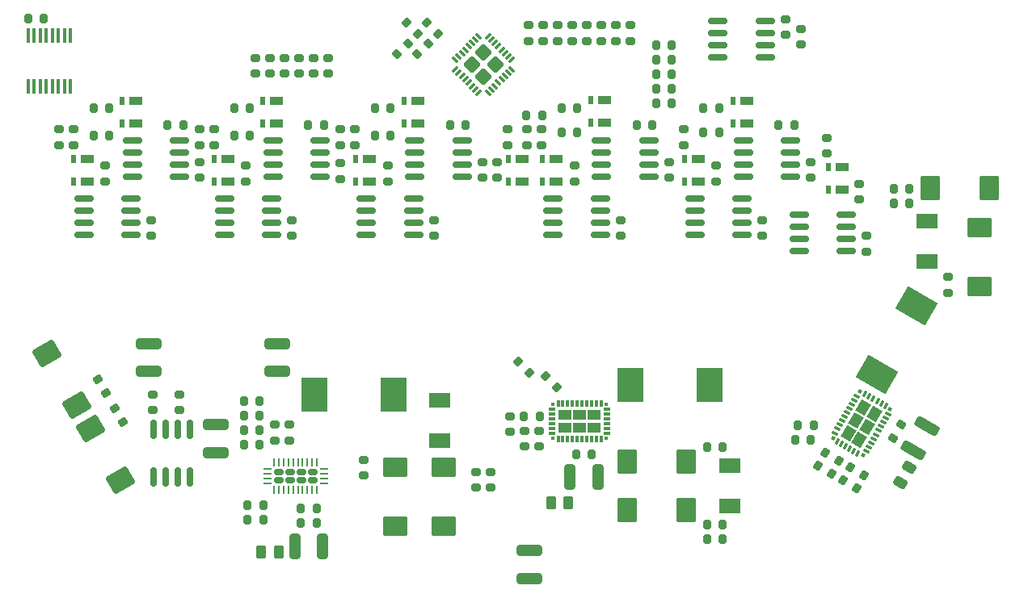
<source format=gtp>
%TF.GenerationSoftware,KiCad,Pcbnew,7.0.1-0*%
%TF.CreationDate,2023-07-14T11:12:34-05:00*%
%TF.ProjectId,power,706f7765-722e-46b6-9963-61645f706362,rev?*%
%TF.SameCoordinates,PXb5acc9ePY48ab840*%
%TF.FileFunction,Paste,Top*%
%TF.FilePolarity,Positive*%
%FSLAX46Y46*%
G04 Gerber Fmt 4.6, Leading zero omitted, Abs format (unit mm)*
G04 Created by KiCad (PCBNEW 7.0.1-0) date 2023-07-14 11:12:34*
%MOMM*%
%LPD*%
G01*
G04 APERTURE LIST*
G04 Aperture macros list*
%AMRoundRect*
0 Rectangle with rounded corners*
0 $1 Rounding radius*
0 $2 $3 $4 $5 $6 $7 $8 $9 X,Y pos of 4 corners*
0 Add a 4 corners polygon primitive as box body*
4,1,4,$2,$3,$4,$5,$6,$7,$8,$9,$2,$3,0*
0 Add four circle primitives for the rounded corners*
1,1,$1+$1,$2,$3*
1,1,$1+$1,$4,$5*
1,1,$1+$1,$6,$7*
1,1,$1+$1,$8,$9*
0 Add four rect primitives between the rounded corners*
20,1,$1+$1,$2,$3,$4,$5,0*
20,1,$1+$1,$4,$5,$6,$7,0*
20,1,$1+$1,$6,$7,$8,$9,0*
20,1,$1+$1,$8,$9,$2,$3,0*%
%AMRotRect*
0 Rectangle, with rotation*
0 The origin of the aperture is its center*
0 $1 length*
0 $2 width*
0 $3 Rotation angle, in degrees counterclockwise*
0 Add horizontal line*
21,1,$1,$2,0,0,$3*%
G04 Aperture macros list end*
%ADD10RoundRect,0.200000X-0.200000X-0.275000X0.200000X-0.275000X0.200000X0.275000X-0.200000X0.275000X0*%
%ADD11RoundRect,0.200000X0.310705X0.138157X-0.035705X0.338157X-0.310705X-0.138157X0.035705X-0.338157X0*%
%ADD12RoundRect,0.200000X-0.275000X0.200000X-0.275000X-0.200000X0.275000X-0.200000X0.275000X0.200000X0*%
%ADD13RoundRect,0.150000X-0.825000X-0.150000X0.825000X-0.150000X0.825000X0.150000X-0.825000X0.150000X0*%
%ADD14RoundRect,0.200000X0.275000X-0.200000X0.275000X0.200000X-0.275000X0.200000X-0.275000X-0.200000X0*%
%ADD15RoundRect,0.250000X-1.075000X0.312500X-1.075000X-0.312500X1.075000X-0.312500X1.075000X0.312500X0*%
%ADD16RoundRect,0.250000X-0.312500X-1.075000X0.312500X-1.075000X0.312500X1.075000X-0.312500X1.075000X0*%
%ADD17R,2.700000X3.600000*%
%ADD18RoundRect,0.200000X0.200000X0.275000X-0.200000X0.275000X-0.200000X-0.275000X0.200000X-0.275000X0*%
%ADD19RoundRect,0.250000X1.281426X-0.169495X0.493926X1.194495X-1.281426X0.169495X-0.493926X-1.194495X0*%
%ADD20R,2.200000X1.500000*%
%ADD21RoundRect,0.200000X-0.310705X-0.138157X0.035705X-0.338157X0.310705X0.138157X-0.035705X0.338157X0*%
%ADD22RoundRect,0.250000X-0.262500X-0.450000X0.262500X-0.450000X0.262500X0.450000X-0.262500X0.450000X0*%
%ADD23R,0.550000X0.850000*%
%ADD24R,1.350000X0.850000*%
%ADD25RoundRect,0.200000X0.335876X0.053033X0.053033X0.335876X-0.335876X-0.053033X-0.053033X-0.335876X0*%
%ADD26RoundRect,0.250000X1.075000X-0.312500X1.075000X0.312500X-1.075000X0.312500X-1.075000X-0.312500X0*%
%ADD27RoundRect,0.150000X0.825000X0.150000X-0.825000X0.150000X-0.825000X-0.150000X0.825000X-0.150000X0*%
%ADD28R,0.300000X0.700000*%
%ADD29R,0.700000X0.300000*%
%ADD30R,1.355000X1.125000*%
%ADD31R,1.340000X1.125000*%
%ADD32R,0.375000X0.375000*%
%ADD33RoundRect,0.250000X-1.025000X0.787500X-1.025000X-0.787500X1.025000X-0.787500X1.025000X0.787500X0*%
%ADD34RoundRect,0.250000X0.643467X0.000000X0.000000X0.643467X-0.643467X0.000000X0.000000X-0.643467X0*%
%ADD35RoundRect,0.062500X0.291682X-0.203293X-0.203293X0.291682X-0.291682X0.203293X0.203293X-0.291682X0*%
%ADD36RoundRect,0.062500X0.291682X0.203293X0.203293X0.291682X-0.291682X-0.203293X-0.203293X-0.291682X0*%
%ADD37RoundRect,0.250000X-0.787500X-1.025000X0.787500X-1.025000X0.787500X1.025000X-0.787500X1.025000X0*%
%ADD38RoundRect,0.250000X0.258461X-0.452332X0.520961X0.002332X-0.258461X0.452332X-0.520961X-0.002332X0*%
%ADD39R,0.360000X1.600000*%
%ADD40RoundRect,0.200000X-0.053033X0.335876X-0.335876X0.053033X0.053033X-0.335876X0.335876X-0.053033X0*%
%ADD41RoundRect,0.250000X0.787500X1.025000X-0.787500X1.025000X-0.787500X-1.025000X0.787500X-1.025000X0*%
%ADD42RoundRect,0.200000X0.138157X-0.310705X0.338157X0.035705X-0.138157X0.310705X-0.338157X-0.035705X0*%
%ADD43RoundRect,0.250000X1.025000X-0.787500X1.025000X0.787500X-1.025000X0.787500X-1.025000X-0.787500X0*%
%ADD44RoundRect,0.250000X0.774727X-0.808133X1.087227X-0.266867X-0.774727X0.808133X-1.087227X0.266867X0*%
%ADD45RoundRect,0.150000X0.150000X-0.825000X0.150000X0.825000X-0.150000X0.825000X-0.150000X-0.825000X0*%
%ADD46RoundRect,0.172500X0.307500X-0.172500X0.307500X0.172500X-0.307500X0.172500X-0.307500X-0.172500X0*%
%ADD47RoundRect,0.062500X0.062500X-0.350000X0.062500X0.350000X-0.062500X0.350000X-0.062500X-0.350000X0*%
%ADD48RoundRect,0.062500X0.337500X-0.062500X0.337500X0.062500X-0.337500X0.062500X-0.337500X-0.062500X0*%
%ADD49RoundRect,0.200000X0.338157X-0.035705X0.138157X0.310705X-0.338157X0.035705X-0.138157X-0.310705X0*%
%ADD50RotRect,0.700000X0.300000X150.000000*%
%ADD51RotRect,0.700000X0.300000X240.000000*%
%ADD52RotRect,0.700000X0.300000X60.000000*%
%ADD53RotRect,1.125000X1.355000X150.000000*%
%ADD54RotRect,1.125000X1.340000X150.000000*%
%ADD55RotRect,0.375000X0.375000X60.000000*%
%ADD56RotRect,2.700000X3.600000X60.000000*%
G04 APERTURE END LIST*
D10*
%TO.C,C14*%
X-31940000Y-41401998D03*
X-30290000Y-41401998D03*
%TD*%
D11*
%TO.C,C4*%
X-15475138Y-44386528D03*
X-16904080Y-43561528D03*
%TD*%
D12*
%TO.C,C60*%
X-75437998Y-17589998D03*
X-75437998Y-19239998D03*
%TD*%
D13*
%TO.C,U13*%
X-33209002Y-15367000D03*
X-33209002Y-16637000D03*
X-33209002Y-17907000D03*
X-33209002Y-19177000D03*
X-28259002Y-19177000D03*
X-28259002Y-17907000D03*
X-28259002Y-16637000D03*
X-28259002Y-15367000D03*
%TD*%
%TO.C,U17*%
X-28129002Y-9271000D03*
X-28129002Y-10541000D03*
X-28129002Y-11811000D03*
X-28129002Y-13081000D03*
X-23179002Y-13081000D03*
X-23179002Y-11811000D03*
X-23179002Y-10541000D03*
X-23179002Y-9271000D03*
%TD*%
D14*
%TO.C,C59*%
X-80263998Y-13524998D03*
X-80263998Y-11874998D03*
%TD*%
D15*
%TO.C,R40*%
X-50546000Y-52258498D03*
X-50546000Y-55183498D03*
%TD*%
D12*
%TO.C,C48*%
X-15240000Y-19240998D03*
X-15240000Y-20890998D03*
%TD*%
D14*
%TO.C,C21*%
X-77216000Y-40702998D03*
X-77216000Y-39052998D03*
%TD*%
D13*
%TO.C,U26*%
X-97216998Y-15366998D03*
X-97216998Y-16636998D03*
X-97216998Y-17906998D03*
X-97216998Y-19176998D03*
X-92266998Y-19176998D03*
X-92266998Y-17906998D03*
X-92266998Y-16636998D03*
X-92266998Y-15366998D03*
%TD*%
D10*
%TO.C,C38*%
X-103059998Y3556002D03*
X-101409998Y3556002D03*
%TD*%
D14*
%TO.C,C39*%
X-45847000Y-13524998D03*
X-45847000Y-11874998D03*
%TD*%
D12*
%TO.C,R25*%
X-50673000Y2857002D03*
X-50673000Y1207002D03*
%TD*%
D10*
%TO.C,R36*%
X-96202000Y-8762998D03*
X-94552000Y-8762998D03*
%TD*%
D16*
%TO.C,C24*%
X-75122500Y-51815998D03*
X-72197500Y-51815998D03*
%TD*%
D12*
%TO.C,C30*%
X-56164000Y-44005998D03*
X-56164000Y-45655998D03*
%TD*%
D17*
%TO.C,L8*%
X-73111000Y-35940998D03*
X-64811000Y-35940998D03*
%TD*%
D14*
%TO.C,C36*%
X-90043000Y-37527998D03*
X-90043000Y-35877998D03*
%TD*%
D18*
%TO.C,R9*%
X-78804000Y-39623998D03*
X-80454000Y-39623998D03*
%TD*%
D14*
%TO.C,C6*%
X-6731000Y-25208998D03*
X-6731000Y-23558998D03*
%TD*%
D19*
%TO.C,C32*%
X-93439750Y-44859502D03*
X-96552250Y-39468494D03*
%TD*%
D10*
%TO.C,R8*%
X-51117000Y-38226998D03*
X-49467000Y-38226998D03*
%TD*%
D20*
%TO.C,L9*%
X-59944000Y-36507998D03*
X-59944000Y-40707998D03*
%TD*%
D10*
%TO.C,R17*%
X-32321002Y-5842000D03*
X-30671002Y-5842000D03*
%TD*%
D14*
%TO.C,R46*%
X-71628000Y-2221998D03*
X-71628000Y-571998D03*
%TD*%
D19*
%TO.C,C34*%
X-98011750Y-36985502D03*
X-101124250Y-31594494D03*
%TD*%
D21*
%TO.C,R4*%
X-19544501Y-42038872D03*
X-18115559Y-42863872D03*
%TD*%
D14*
%TO.C,C55*%
X-65404998Y-13524998D03*
X-65404998Y-11874998D03*
%TD*%
D18*
%TO.C,C9*%
X-10732000Y-14350998D03*
X-12382000Y-14350998D03*
%TD*%
D22*
%TO.C,L3*%
X-78636500Y-52450998D03*
X-76811500Y-52450998D03*
%TD*%
D12*
%TO.C,R13*%
X-49276002Y-8065000D03*
X-49276002Y-9715000D03*
%TD*%
D23*
%TO.C,U16*%
X-19230000Y-12064998D03*
X-19230000Y-14414998D03*
D24*
X-17780000Y-14414998D03*
X-17780000Y-12064998D03*
%TD*%
D18*
%TO.C,C3*%
X-20763332Y-39100892D03*
X-22413332Y-39100892D03*
%TD*%
D15*
%TO.C,R38*%
X-90424000Y-30541498D03*
X-90424000Y-33466498D03*
%TD*%
D18*
%TO.C,C53*%
X-57213998Y-7619998D03*
X-58863998Y-7619998D03*
%TD*%
D25*
%TO.C,R5*%
X-50597637Y-33603361D03*
X-51764363Y-32436635D03*
%TD*%
D14*
%TO.C,C41*%
X-30988002Y-13525000D03*
X-30988002Y-11875000D03*
%TD*%
%TO.C,R51*%
X-79248000Y-2221998D03*
X-79248000Y-571998D03*
%TD*%
D26*
%TO.C,C23*%
X-83439000Y-41975498D03*
X-83439000Y-39050498D03*
%TD*%
D10*
%TO.C,R32*%
X-66738000Y-8762998D03*
X-65088000Y-8762998D03*
%TD*%
D18*
%TO.C,R43*%
X-35624000Y-3809998D03*
X-37274000Y-3809998D03*
%TD*%
D14*
%TO.C,R48*%
X-74676000Y-2221998D03*
X-74676000Y-571998D03*
%TD*%
D27*
%TO.C,U4*%
X-25846000Y-507998D03*
X-25846000Y762002D03*
X-25846000Y2032002D03*
X-25846000Y3302002D03*
X-30796000Y3302002D03*
X-30796000Y2032002D03*
X-30796000Y762002D03*
X-30796000Y-507998D03*
%TD*%
D14*
%TO.C,R54*%
X-46101000Y1207002D03*
X-46101000Y2857002D03*
%TD*%
D10*
%TO.C,R23*%
X-81469998Y-5841998D03*
X-79819998Y-5841998D03*
%TD*%
D12*
%TO.C,C58*%
X-70358000Y-11620998D03*
X-70358000Y-13270998D03*
%TD*%
D28*
%TO.C,U2*%
X-47548000Y-40600498D03*
X-47048000Y-40600498D03*
X-46548000Y-40600498D03*
X-46048000Y-40600498D03*
X-45548000Y-40600498D03*
X-45048000Y-40600498D03*
X-44548000Y-40600498D03*
X-44048000Y-40600498D03*
X-43548000Y-40600498D03*
X-43048000Y-40600498D03*
D29*
X-42398000Y-39950498D03*
X-42398000Y-39450498D03*
X-42398000Y-38950498D03*
X-42398000Y-38450498D03*
X-42398000Y-37950498D03*
X-42398000Y-37450498D03*
D28*
X-43048000Y-36800498D03*
X-43548000Y-36800498D03*
X-44048000Y-36800498D03*
X-44548000Y-36800498D03*
X-45048000Y-36800498D03*
X-45548000Y-36800498D03*
X-46048000Y-36800498D03*
X-46548000Y-36800498D03*
X-47048000Y-36800498D03*
X-47548000Y-36800498D03*
D29*
X-48198000Y-37450498D03*
X-48198000Y-37950498D03*
X-48198000Y-38450498D03*
X-48198000Y-38950498D03*
X-48198000Y-39450498D03*
X-48198000Y-39950498D03*
D30*
X-46845500Y-39362998D03*
X-46845500Y-38037998D03*
D31*
X-45298000Y-39362998D03*
X-45298000Y-38037998D03*
D30*
X-43750500Y-39362998D03*
X-43750500Y-38037998D03*
D32*
X-48110500Y-40512998D03*
X-42485500Y-40512998D03*
X-42485500Y-36887998D03*
X-48110500Y-36887998D03*
%TD*%
D23*
%TO.C,U7*%
X-49200000Y-11174498D03*
X-49200000Y-13524498D03*
D24*
X-47750000Y-13524498D03*
X-47750000Y-11174498D03*
%TD*%
D18*
%TO.C,R52*%
X-35624000Y762002D03*
X-37274000Y762002D03*
%TD*%
D23*
%TO.C,U11*%
X-34341002Y-11174500D03*
X-34341002Y-13524500D03*
D24*
X-32891002Y-13524500D03*
X-32891002Y-11174500D03*
%TD*%
D33*
%TO.C,C29*%
X-59563000Y-43496498D03*
X-59563000Y-49721498D03*
%TD*%
D10*
%TO.C,C17*%
X-31940000Y-49529998D03*
X-30290000Y-49529998D03*
%TD*%
D12*
%TO.C,R37*%
X-99822000Y-8064998D03*
X-99822000Y-9714998D03*
%TD*%
D13*
%TO.C,U25*%
X-92136998Y-9270998D03*
X-92136998Y-10540998D03*
X-92136998Y-11810998D03*
X-92136998Y-13080998D03*
X-87186998Y-13080998D03*
X-87186998Y-11810998D03*
X-87186998Y-10540998D03*
X-87186998Y-9270998D03*
%TD*%
D12*
%TO.C,C28*%
X-67945000Y-42735998D03*
X-67945000Y-44385998D03*
%TD*%
D25*
%TO.C,C63*%
X-62281637Y1956639D03*
X-63448363Y3123365D03*
%TD*%
D10*
%TO.C,R19*%
X-96201998Y-5841998D03*
X-94551998Y-5841998D03*
%TD*%
D12*
%TO.C,R33*%
X-70358000Y-8064998D03*
X-70358000Y-9714998D03*
%TD*%
%TO.C,C52*%
X-90169998Y-17589998D03*
X-90169998Y-19239998D03*
%TD*%
D34*
%TO.C,U6*%
X-55372000Y-2507435D03*
X-54134563Y-1269998D03*
X-56609437Y-1269998D03*
X-55372000Y-32561D03*
D35*
X-54885864Y-4231008D03*
X-54532311Y-3877454D03*
X-54178757Y-3523901D03*
X-53825204Y-3170347D03*
X-53471651Y-2816794D03*
X-53118097Y-2463241D03*
X-52764544Y-2109687D03*
X-52410990Y-1756134D03*
D36*
X-52410990Y-783862D03*
X-52764544Y-430309D03*
X-53118097Y-76755D03*
X-53471651Y276798D03*
X-53825204Y630351D03*
X-54178757Y983905D03*
X-54532311Y1337458D03*
X-54885864Y1691012D03*
D35*
X-55858136Y1691012D03*
X-56211689Y1337458D03*
X-56565243Y983905D03*
X-56918796Y630351D03*
X-57272349Y276798D03*
X-57625903Y-76755D03*
X-57979456Y-430309D03*
X-58333010Y-783862D03*
D36*
X-58333010Y-1756134D03*
X-57979456Y-2109687D03*
X-57625903Y-2463241D03*
X-57272349Y-2816794D03*
X-56918796Y-3170347D03*
X-56565243Y-3523901D03*
X-56211689Y-3877454D03*
X-55858136Y-4231008D03*
%TD*%
D18*
%TO.C,R1*%
X-21084616Y-40673372D03*
X-22734616Y-40673372D03*
%TD*%
D37*
%TO.C,C7*%
X-8573500Y-14223998D03*
X-2348500Y-14223998D03*
%TD*%
D38*
%TO.C,L1*%
X-11718427Y-45119715D03*
X-10805927Y-43539219D03*
%TD*%
D14*
%TO.C,R50*%
X-77724000Y-2221998D03*
X-77724000Y-571998D03*
%TD*%
D13*
%TO.C,U10*%
X-48068000Y-15366998D03*
X-48068000Y-16636998D03*
X-48068000Y-17906998D03*
X-48068000Y-19176998D03*
X-43118000Y-19176998D03*
X-43118000Y-17906998D03*
X-43118000Y-16636998D03*
X-43118000Y-15366998D03*
%TD*%
D14*
%TO.C,C20*%
X-75692000Y-40702998D03*
X-75692000Y-39052998D03*
%TD*%
D39*
%TO.C,U8*%
X-103060498Y-3543998D03*
X-102425498Y-3543998D03*
X-101790498Y-3543998D03*
X-101155498Y-3543998D03*
X-100520498Y-3543998D03*
X-99885498Y-3543998D03*
X-99250498Y-3543998D03*
X-98615498Y-3543998D03*
X-98615498Y1766002D03*
X-99250498Y1766002D03*
X-99885498Y1766002D03*
X-100520498Y1766002D03*
X-101155498Y1766002D03*
X-101790498Y1766002D03*
X-102425498Y1766002D03*
X-103060498Y1766002D03*
%TD*%
D14*
%TO.C,C15*%
X-49530000Y-41337998D03*
X-49530000Y-39687998D03*
%TD*%
D22*
%TO.C,L2*%
X-48283500Y-47243998D03*
X-46458500Y-47243998D03*
%TD*%
D14*
%TO.C,R53*%
X-49149000Y1207002D03*
X-49149000Y2857002D03*
%TD*%
D12*
%TO.C,C31*%
X-54610000Y-44005998D03*
X-54610000Y-45655998D03*
%TD*%
%TO.C,R14*%
X-53975000Y-11494000D03*
X-53975000Y-13144000D03*
%TD*%
%TO.C,C50*%
X-85089998Y-11493998D03*
X-85089998Y-13143998D03*
%TD*%
D10*
%TO.C,R31*%
X-32321000Y-8381998D03*
X-30671000Y-8381998D03*
%TD*%
%TO.C,C26*%
X-74485000Y-47878998D03*
X-72835000Y-47878998D03*
%TD*%
D11*
%TO.C,R3*%
X-18876784Y-44182351D03*
X-20305726Y-43357351D03*
%TD*%
D18*
%TO.C,C45*%
X-22797002Y-7620000D03*
X-24447002Y-7620000D03*
%TD*%
D23*
%TO.C,U21*%
X-63677998Y-5078498D03*
X-63677998Y-7428498D03*
D24*
X-62227998Y-7428498D03*
X-62227998Y-5078498D03*
%TD*%
D20*
%TO.C,L7*%
X-29591000Y-43365998D03*
X-29591000Y-47565998D03*
%TD*%
D18*
%TO.C,C22*%
X-78423000Y-47497998D03*
X-80073000Y-47497998D03*
%TD*%
D12*
%TO.C,R58*%
X-43053000Y2857002D03*
X-43053000Y1207002D03*
%TD*%
D10*
%TO.C,R34*%
X-81470000Y-8762998D03*
X-79820000Y-8762998D03*
%TD*%
D14*
%TO.C,R56*%
X-40005000Y1207002D03*
X-40005000Y2857002D03*
%TD*%
D40*
%TO.C,C65*%
X-61138637Y964365D03*
X-62305363Y-202361D03*
%TD*%
D14*
%TO.C,C37*%
X-87249000Y-37527998D03*
X-87249000Y-35877998D03*
%TD*%
%TO.C,R7*%
X-52578000Y-39813998D03*
X-52578000Y-38163998D03*
%TD*%
D13*
%TO.C,U27*%
X-62545998Y-9270998D03*
X-62545998Y-10540998D03*
X-62545998Y-11810998D03*
X-62545998Y-13080998D03*
X-57595998Y-13080998D03*
X-57595998Y-11810998D03*
X-57595998Y-10540998D03*
X-57595998Y-9270998D03*
%TD*%
D18*
%TO.C,R41*%
X-35624000Y-761998D03*
X-37274000Y-761998D03*
%TD*%
D14*
%TO.C,C51*%
X-94995998Y-13524998D03*
X-94995998Y-11874998D03*
%TD*%
D12*
%TO.C,R26*%
X-52832000Y-8065000D03*
X-52832000Y-9715000D03*
%TD*%
D41*
%TO.C,C13*%
X-34098500Y-42925998D03*
X-40323500Y-42925998D03*
%TD*%
D14*
%TO.C,C66*%
X-23748999Y1842002D03*
X-23748999Y3492002D03*
%TD*%
D23*
%TO.C,U12*%
X-44120002Y-5016000D03*
X-44120002Y-7366000D03*
D24*
X-42670002Y-7366000D03*
X-42670002Y-5016000D03*
%TD*%
D42*
%TO.C,C2*%
X-12425562Y-40502509D03*
X-11600562Y-39073567D03*
%TD*%
D15*
%TO.C,R39*%
X-76962000Y-30541498D03*
X-76962000Y-33466498D03*
%TD*%
D12*
%TO.C,R57*%
X-47625000Y2857002D03*
X-47625000Y1207002D03*
%TD*%
%TO.C,R24*%
X-83565998Y-8064998D03*
X-83565998Y-9714998D03*
%TD*%
D10*
%TO.C,R16*%
X-47180002Y-5842000D03*
X-45530002Y-5842000D03*
%TD*%
D23*
%TO.C,U24*%
X-83616998Y-11175998D03*
X-83616998Y-13525998D03*
D24*
X-82166998Y-13525998D03*
X-82166998Y-11175998D03*
%TD*%
D25*
%TO.C,C12*%
X-47676637Y-35127361D03*
X-48843363Y-33960635D03*
%TD*%
D14*
%TO.C,R47*%
X-73152000Y-2221998D03*
X-73152000Y-571998D03*
%TD*%
D12*
%TO.C,R18*%
X-19431000Y-8953998D03*
X-19431000Y-10603998D03*
%TD*%
%TO.C,R59*%
X-41529000Y2857002D03*
X-41529000Y1207002D03*
%TD*%
D43*
%TO.C,C5*%
X-3429000Y-24575498D03*
X-3429000Y-18350498D03*
%TD*%
D18*
%TO.C,R44*%
X-35624000Y-5333998D03*
X-37274000Y-5333998D03*
%TD*%
D12*
%TO.C,R35*%
X-85090000Y-8064998D03*
X-85090000Y-9714998D03*
%TD*%
D14*
%TO.C,R6*%
X-51054000Y-41337998D03*
X-51054000Y-39687998D03*
%TD*%
D44*
%TO.C,C1*%
X-10337091Y-41711174D03*
X-8874591Y-39178050D03*
%TD*%
D25*
%TO.C,C62*%
X-60122637Y1956639D03*
X-61289363Y3123365D03*
%TD*%
D45*
%TO.C,U5*%
X-89916000Y-44511998D03*
X-88646000Y-44511998D03*
X-87376000Y-44511998D03*
X-86106000Y-44511998D03*
X-86106000Y-39561998D03*
X-87376000Y-39561998D03*
X-88646000Y-39561998D03*
X-89916000Y-39561998D03*
%TD*%
D18*
%TO.C,R12*%
X-78423000Y-49021998D03*
X-80073000Y-49021998D03*
%TD*%
D13*
%TO.C,U29*%
X-77404998Y-9270998D03*
X-77404998Y-10540998D03*
X-77404998Y-11810998D03*
X-77404998Y-13080998D03*
X-72454998Y-13080998D03*
X-72454998Y-11810998D03*
X-72454998Y-10540998D03*
X-72454998Y-9270998D03*
%TD*%
D10*
%TO.C,R21*%
X-66737998Y-5841998D03*
X-65087998Y-5841998D03*
%TD*%
D33*
%TO.C,C27*%
X-64643000Y-43496498D03*
X-64643000Y-49721498D03*
%TD*%
D46*
%TO.C,U3*%
X-76842000Y-44874998D03*
X-75652000Y-44874998D03*
X-74462000Y-44874998D03*
X-73272000Y-44874998D03*
X-76842000Y-44024998D03*
X-75652000Y-44024998D03*
X-74462000Y-44024998D03*
X-73272000Y-44024998D03*
D47*
X-77307000Y-45912498D03*
X-76807000Y-45912498D03*
X-76307000Y-45912498D03*
X-75807000Y-45912498D03*
X-75307000Y-45912498D03*
X-74807000Y-45912498D03*
X-74307000Y-45912498D03*
X-73807000Y-45912498D03*
X-73307000Y-45912498D03*
X-72807000Y-45912498D03*
D48*
X-72082000Y-45199998D03*
X-72082000Y-44699998D03*
X-72082000Y-44199998D03*
X-72082000Y-43699998D03*
D47*
X-72807000Y-42987498D03*
X-73307000Y-42987498D03*
X-73807000Y-42987498D03*
X-74307000Y-42987498D03*
X-74807000Y-42987498D03*
X-75307000Y-42987498D03*
X-75807000Y-42987498D03*
X-76307000Y-42987498D03*
X-76807000Y-42987498D03*
X-77307000Y-42987498D03*
D48*
X-78032000Y-43699998D03*
X-78032000Y-44199998D03*
X-78032000Y-44699998D03*
X-78032000Y-45199998D03*
%TD*%
D12*
%TO.C,R22*%
X-68833998Y-8064998D03*
X-68833998Y-9714998D03*
%TD*%
D18*
%TO.C,C49*%
X-86804998Y-7619998D03*
X-88454998Y-7619998D03*
%TD*%
D12*
%TO.C,R29*%
X-50800000Y-8064998D03*
X-50800000Y-9714998D03*
%TD*%
D18*
%TO.C,C8*%
X-10732000Y-15874998D03*
X-12382000Y-15874998D03*
%TD*%
D12*
%TO.C,C40*%
X-41021000Y-17589998D03*
X-41021000Y-19239998D03*
%TD*%
%TO.C,C46*%
X-21082002Y-11494000D03*
X-21082002Y-13144000D03*
%TD*%
D10*
%TO.C,C11*%
X-45656000Y-42163998D03*
X-44006000Y-42163998D03*
%TD*%
D18*
%TO.C,C19*%
X-78804000Y-41147998D03*
X-80454000Y-41147998D03*
%TD*%
D13*
%TO.C,U14*%
X-42988000Y-9270998D03*
X-42988000Y-10540998D03*
X-42988000Y-11810998D03*
X-42988000Y-13080998D03*
X-38038000Y-13080998D03*
X-38038000Y-11810998D03*
X-38038000Y-10540998D03*
X-38038000Y-9270998D03*
%TD*%
D12*
%TO.C,R20*%
X-98297998Y-8064998D03*
X-98297998Y-9714998D03*
%TD*%
D18*
%TO.C,C57*%
X-72072998Y-7619998D03*
X-73722998Y-7619998D03*
%TD*%
D12*
%TO.C,R15*%
X-34417002Y-8065000D03*
X-34417002Y-9715000D03*
%TD*%
D40*
%TO.C,C64*%
X-63297637Y964365D03*
X-64464363Y-202361D03*
%TD*%
D10*
%TO.C,R10*%
X-80454000Y-38099998D03*
X-78804000Y-38099998D03*
%TD*%
D23*
%TO.C,U23*%
X-78536998Y-5078498D03*
X-78536998Y-7428498D03*
D24*
X-77086998Y-7428498D03*
X-77086998Y-5078498D03*
%TD*%
D18*
%TO.C,R42*%
X-35624000Y-2285998D03*
X-37274000Y-2285998D03*
%TD*%
D16*
%TO.C,C10*%
X-46293500Y-44576998D03*
X-43368500Y-44576998D03*
%TD*%
D11*
%TO.C,R2*%
X-16237139Y-45706351D03*
X-17666081Y-44881351D03*
%TD*%
D12*
%TO.C,C56*%
X-60578998Y-17589998D03*
X-60578998Y-19239998D03*
%TD*%
D13*
%TO.C,U18*%
X-22287000Y-17017998D03*
X-22287000Y-18287998D03*
X-22287000Y-19557998D03*
X-22287000Y-20827998D03*
X-17337000Y-20827998D03*
X-17337000Y-19557998D03*
X-17337000Y-18287998D03*
X-17337000Y-17017998D03*
%TD*%
D12*
%TO.C,C54*%
X-55498998Y-11493998D03*
X-55498998Y-13143998D03*
%TD*%
D23*
%TO.C,U20*%
X-98348998Y-11174498D03*
X-98348998Y-13524498D03*
D24*
X-96898998Y-13524498D03*
X-96898998Y-11174498D03*
%TD*%
D17*
%TO.C,L6*%
X-39964000Y-34924998D03*
X-31664000Y-34924998D03*
%TD*%
D10*
%TO.C,C18*%
X-31940000Y-51053998D03*
X-30290000Y-51053998D03*
%TD*%
D49*
%TO.C,C33*%
X-93186500Y-38814469D03*
X-94011500Y-37385527D03*
%TD*%
D10*
%TO.C,R30*%
X-47180000Y-8381998D03*
X-45530000Y-8381998D03*
%TD*%
%TO.C,R45*%
X-50863000Y-6603998D03*
X-49213000Y-6603998D03*
%TD*%
D23*
%TO.C,U19*%
X-93268998Y-5078498D03*
X-93268998Y-7428498D03*
D24*
X-91818998Y-7428498D03*
X-91818998Y-5078498D03*
%TD*%
D18*
%TO.C,C43*%
X-37656002Y-7620000D03*
X-39306002Y-7620000D03*
%TD*%
D20*
%TO.C,L5*%
X-8890000Y-21911998D03*
X-8890000Y-17711998D03*
%TD*%
D18*
%TO.C,R11*%
X-78804000Y-36575998D03*
X-80454000Y-36575998D03*
%TD*%
D41*
%TO.C,C16*%
X-34098500Y-48005998D03*
X-40323500Y-48005998D03*
%TD*%
D14*
%TO.C,C47*%
X-16002000Y-15429998D03*
X-16002000Y-13779998D03*
%TD*%
D12*
%TO.C,C42*%
X-26162002Y-17590000D03*
X-26162002Y-19240000D03*
%TD*%
%TO.C,C44*%
X-35941000Y-11493998D03*
X-35941000Y-13143998D03*
%TD*%
D23*
%TO.C,U22*%
X-68757998Y-11174498D03*
X-68757998Y-13524498D03*
D24*
X-67307998Y-13524498D03*
X-67307998Y-11174498D03*
%TD*%
D50*
%TO.C,U1*%
X-15253685Y-41834960D03*
X-15003685Y-41401947D03*
X-14753685Y-40968935D03*
X-14503685Y-40535922D03*
X-14253685Y-40102909D03*
X-14003685Y-39669897D03*
X-13753685Y-39236884D03*
X-13503685Y-38803871D03*
X-13253685Y-38370859D03*
X-13003685Y-37937846D03*
D51*
X-13241601Y-37049929D03*
X-13674614Y-36799929D03*
X-14107627Y-36549929D03*
X-14540639Y-36299929D03*
X-14973652Y-36049929D03*
X-15406665Y-35799929D03*
D50*
X-16294581Y-36037846D03*
X-16544581Y-36470859D03*
X-16794581Y-36903871D03*
X-17044581Y-37336884D03*
X-17294581Y-37769897D03*
X-17544581Y-38202909D03*
X-17794581Y-38635922D03*
X-18044581Y-39068935D03*
X-18294581Y-39501947D03*
X-18544581Y-39934960D03*
D52*
X-18306665Y-40822877D03*
X-17873652Y-41072877D03*
X-17440639Y-41322877D03*
X-17007627Y-41572877D03*
X-16574614Y-41822877D03*
X-16141601Y-42072877D03*
D53*
X-15974141Y-40607827D03*
X-17121625Y-39945327D03*
D54*
X-15200391Y-39267653D03*
X-16347875Y-38605153D03*
D53*
X-14426641Y-37927479D03*
X-15574125Y-37264979D03*
D55*
X-15610712Y-42278349D03*
X-12798212Y-37406957D03*
X-15937554Y-35594457D03*
X-18750054Y-40465849D03*
%TD*%
D56*
%TO.C,L4*%
X-14140000Y-33820003D03*
X-9990000Y-26631993D03*
%TD*%
D49*
%TO.C,C35*%
X-94964500Y-35766469D03*
X-95789500Y-34337527D03*
%TD*%
D23*
%TO.C,U31*%
X-52751002Y-11177500D03*
X-52751002Y-13527500D03*
D24*
X-51301002Y-13527500D03*
X-51301002Y-11177500D03*
%TD*%
D13*
%TO.C,U28*%
X-67625998Y-15366998D03*
X-67625998Y-16636998D03*
X-67625998Y-17906998D03*
X-67625998Y-19176998D03*
X-62675998Y-19176998D03*
X-62675998Y-17906998D03*
X-62675998Y-16636998D03*
X-62675998Y-15366998D03*
%TD*%
D14*
%TO.C,R49*%
X-76200000Y-2221998D03*
X-76200000Y-571998D03*
%TD*%
%TO.C,R55*%
X-44577000Y1207002D03*
X-44577000Y2857002D03*
%TD*%
D10*
%TO.C,C25*%
X-74485000Y-49402998D03*
X-72835000Y-49402998D03*
%TD*%
D23*
%TO.C,U15*%
X-29263002Y-5080000D03*
X-29263002Y-7430000D03*
D24*
X-27813002Y-7430000D03*
X-27813002Y-5080000D03*
%TD*%
D14*
%TO.C,C61*%
X-22097998Y826003D03*
X-22097998Y2476003D03*
%TD*%
D13*
%TO.C,U30*%
X-82484998Y-15366998D03*
X-82484998Y-16636998D03*
X-82484998Y-17906998D03*
X-82484998Y-19176998D03*
X-77534998Y-19176998D03*
X-77534998Y-17906998D03*
X-77534998Y-16636998D03*
X-77534998Y-15366998D03*
%TD*%
M02*

</source>
